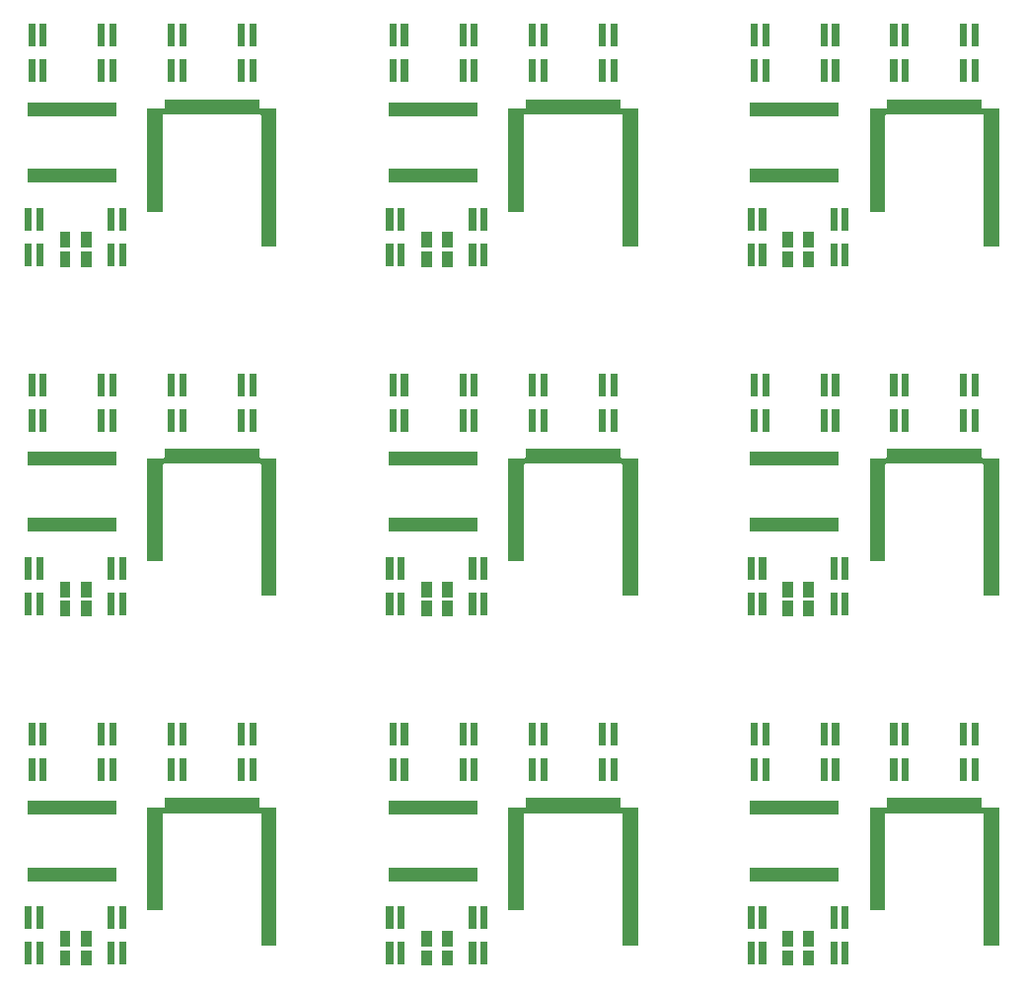
<source format=gbs>
%MOIN*%
%OFA0B0*%
%FSLAX46Y46*%
%IPPOS*%
%LPD*%
%ADD10C,0.0039370078740157488*%
%ADD21C,0.0039370078740157488*%
%ADD22C,0.0039370078740157488*%
%ADD23C,0.0039370078740157488*%
%ADD24C,0.0039370078740157488*%
%ADD25C,0.0039370078740157488*%
%ADD26C,0.0039370078740157488*%
%ADD27C,0.0039370078740157488*%
%ADD28C,0.0039370078740157488*%
D10*
G36*
X0000585354Y0002771692D02*
G01*
X0000549842Y0002771692D01*
X0000549842Y0002824921D01*
X0000585354Y0002824921D01*
X0000585354Y0002771692D01*
X0000585354Y0002771692D01*
G37*
G36*
X0000514488Y0002771692D02*
G01*
X0000478976Y0002771692D01*
X0000478976Y0002824921D01*
X0000514488Y0002824921D01*
X0000514488Y0002771692D01*
X0000514488Y0002771692D01*
G37*
G36*
X0000384409Y0002775629D02*
G01*
X0000360708Y0002775629D01*
X0000360708Y0002852480D01*
X0000384409Y0002852480D01*
X0000384409Y0002775629D01*
X0000384409Y0002775629D01*
G37*
G36*
X0000703622Y0002775629D02*
G01*
X0000679921Y0002775629D01*
X0000679921Y0002852480D01*
X0000703622Y0002852480D01*
X0000703622Y0002775629D01*
X0000703622Y0002775629D01*
G37*
G36*
X0000664251Y0002775629D02*
G01*
X0000640551Y0002775629D01*
X0000640551Y0002852480D01*
X0000664251Y0002852480D01*
X0000664251Y0002775629D01*
X0000664251Y0002775629D01*
G37*
G36*
X0000423779Y0002775629D02*
G01*
X0000400078Y0002775629D01*
X0000400078Y0002852480D01*
X0000423779Y0002852480D01*
X0000423779Y0002775629D01*
X0000423779Y0002775629D01*
G37*
G36*
X0000585354Y0002836653D02*
G01*
X0000549842Y0002836653D01*
X0000549842Y0002889881D01*
X0000585354Y0002889881D01*
X0000585354Y0002836653D01*
X0000585354Y0002836653D01*
G37*
G36*
X0000514488Y0002836653D02*
G01*
X0000478976Y0002836653D01*
X0000478976Y0002889881D01*
X0000514488Y0002889881D01*
X0000514488Y0002836653D01*
X0000514488Y0002836653D01*
G37*
G36*
X0001151968Y0003312125D02*
G01*
X0001152063Y0003311165D01*
X0001152343Y0003310242D01*
X0001152797Y0003309391D01*
X0001153409Y0003308646D01*
X0001154155Y0003308034D01*
X0001155006Y0003307579D01*
X0001155929Y0003307299D01*
X0001156889Y0003307204D01*
X0001211023Y0003307204D01*
X0001211023Y0002840590D01*
X0001159763Y0002840590D01*
X0001159763Y0003282519D01*
X0001159669Y0003283479D01*
X0001159389Y0003284402D01*
X0001158934Y0003285253D01*
X0001158322Y0003285999D01*
X0001157576Y0003286611D01*
X0001156725Y0003287066D01*
X0001155802Y0003287346D01*
X0001154842Y0003287440D01*
X0000830118Y0003287440D01*
X0000829157Y0003287346D01*
X0000828234Y0003287066D01*
X0000827383Y0003286611D01*
X0000826638Y0003285999D01*
X0000826026Y0003285253D01*
X0000825571Y0003284402D01*
X0000825291Y0003283479D01*
X0000825196Y0003282519D01*
X0000825196Y0002958700D01*
X0000773936Y0002958700D01*
X0000773936Y0003307204D01*
X0000828070Y0003307204D01*
X0000829030Y0003307299D01*
X0000829954Y0003307579D01*
X0000830805Y0003308034D01*
X0000831550Y0003308646D01*
X0000832162Y0003309391D01*
X0000832617Y0003310242D01*
X0000832897Y0003311165D01*
X0000832992Y0003312125D01*
X0000832992Y0003338700D01*
X0001151968Y0003338700D01*
X0001151968Y0003312125D01*
X0001151968Y0003312125D01*
G37*
G36*
X0000423779Y0002895708D02*
G01*
X0000400078Y0002895708D01*
X0000400078Y0002972559D01*
X0000423779Y0002972559D01*
X0000423779Y0002895708D01*
X0000423779Y0002895708D01*
G37*
G36*
X0000664251Y0002895708D02*
G01*
X0000640551Y0002895708D01*
X0000640551Y0002972559D01*
X0000664251Y0002972559D01*
X0000664251Y0002895708D01*
X0000664251Y0002895708D01*
G37*
G36*
X0000384409Y0002895708D02*
G01*
X0000360708Y0002895708D01*
X0000360708Y0002972559D01*
X0000384409Y0002972559D01*
X0000384409Y0002895708D01*
X0000384409Y0002895708D01*
G37*
G36*
X0000703622Y0002895708D02*
G01*
X0000679921Y0002895708D01*
X0000679921Y0002972559D01*
X0000703622Y0002972559D01*
X0000703622Y0002895708D01*
X0000703622Y0002895708D01*
G37*
G36*
X0000670196Y0003057440D02*
G01*
X0000368937Y0003057440D01*
X0000368937Y0003104763D01*
X0000670196Y0003104763D01*
X0000670196Y0003057440D01*
X0000670196Y0003057440D01*
G37*
G36*
X0000670196Y0003281850D02*
G01*
X0000368937Y0003281850D01*
X0000368937Y0003329173D01*
X0000670196Y0003329173D01*
X0000670196Y0003281850D01*
X0000670196Y0003281850D01*
G37*
G36*
X0001103503Y0003396377D02*
G01*
X0001079803Y0003396377D01*
X0001079803Y0003473228D01*
X0001103503Y0003473228D01*
X0001103503Y0003396377D01*
X0001103503Y0003396377D01*
G37*
G36*
X0000395118Y0003396377D02*
G01*
X0000371417Y0003396377D01*
X0000371417Y0003473228D01*
X0000395118Y0003473228D01*
X0000395118Y0003396377D01*
X0000395118Y0003396377D01*
G37*
G36*
X0000434488Y0003396377D02*
G01*
X0000410787Y0003396377D01*
X0000410787Y0003473228D01*
X0000434488Y0003473228D01*
X0000434488Y0003396377D01*
X0000434488Y0003396377D01*
G37*
G36*
X0000631246Y0003396377D02*
G01*
X0000607545Y0003396377D01*
X0000607545Y0003473228D01*
X0000631246Y0003473228D01*
X0000631246Y0003396377D01*
X0000631246Y0003396377D01*
G37*
G36*
X0000867375Y0003396377D02*
G01*
X0000843674Y0003396377D01*
X0000843674Y0003473228D01*
X0000867375Y0003473228D01*
X0000867375Y0003396377D01*
X0000867375Y0003396377D01*
G37*
G36*
X0000906745Y0003396377D02*
G01*
X0000883044Y0003396377D01*
X0000883044Y0003473228D01*
X0000906745Y0003473228D01*
X0000906745Y0003396377D01*
X0000906745Y0003396377D01*
G37*
G36*
X0000670616Y0003396377D02*
G01*
X0000646915Y0003396377D01*
X0000646915Y0003473228D01*
X0000670616Y0003473228D01*
X0000670616Y0003396377D01*
X0000670616Y0003396377D01*
G37*
G36*
X0001142873Y0003396377D02*
G01*
X0001119173Y0003396377D01*
X0001119173Y0003473228D01*
X0001142873Y0003473228D01*
X0001142873Y0003396377D01*
X0001142873Y0003396377D01*
G37*
G36*
X0000395118Y0003516456D02*
G01*
X0000371417Y0003516456D01*
X0000371417Y0003593307D01*
X0000395118Y0003593307D01*
X0000395118Y0003516456D01*
X0000395118Y0003516456D01*
G37*
G36*
X0000631246Y0003516456D02*
G01*
X0000607545Y0003516456D01*
X0000607545Y0003593307D01*
X0000631246Y0003593307D01*
X0000631246Y0003516456D01*
X0000631246Y0003516456D01*
G37*
G36*
X0000434488Y0003516456D02*
G01*
X0000410787Y0003516456D01*
X0000410787Y0003593307D01*
X0000434488Y0003593307D01*
X0000434488Y0003516456D01*
X0000434488Y0003516456D01*
G37*
G36*
X0000670616Y0003516456D02*
G01*
X0000646915Y0003516456D01*
X0000646915Y0003593307D01*
X0000670616Y0003593307D01*
X0000670616Y0003516456D01*
X0000670616Y0003516456D01*
G37*
G36*
X0000867375Y0003516456D02*
G01*
X0000843674Y0003516456D01*
X0000843674Y0003593307D01*
X0000867375Y0003593307D01*
X0000867375Y0003516456D01*
X0000867375Y0003516456D01*
G37*
G36*
X0000906745Y0003516456D02*
G01*
X0000883044Y0003516456D01*
X0000883044Y0003593307D01*
X0000906745Y0003593307D01*
X0000906745Y0003516456D01*
X0000906745Y0003516456D01*
G37*
G36*
X0001103503Y0003516456D02*
G01*
X0001079803Y0003516456D01*
X0001079803Y0003593307D01*
X0001103503Y0003593307D01*
X0001103503Y0003516456D01*
X0001103503Y0003516456D01*
G37*
G36*
X0001142873Y0003516456D02*
G01*
X0001119173Y0003516456D01*
X0001119173Y0003593307D01*
X0001142873Y0003593307D01*
X0001142873Y0003516456D01*
X0001142873Y0003516456D01*
G37*
G04 next file*
G04 #@! TF.GenerationSoftware,KiCad,Pcbnew,(5.1.2)-1*
G04 #@! TF.CreationDate,2019-11-08T13:50:46+05:30*
G04 #@! TF.ProjectId,TALK,54414c4b-2e6b-4696-9361-645f70636258,rev?*
G04 #@! TF.SameCoordinates,Original*
G04 #@! TF.FileFunction,Soldermask,Bot*
G04 #@! TF.FilePolarity,Negative*
G04 Gerber Fmt 4.6, Leading zero omitted, Abs format (unit mm)*
G04 Created by KiCad (PCBNEW (5.1.2)-1) date 2019-11-08 13:50:46*
G04 APERTURE LIST*
G04 APERTURE END LIST*
D21*
G36*
X0001805826Y0002771692D02*
G01*
X0001770314Y0002771692D01*
X0001770314Y0002824921D01*
X0001805826Y0002824921D01*
X0001805826Y0002771692D01*
X0001805826Y0002771692D01*
G37*
G36*
X0001734960Y0002771692D02*
G01*
X0001699448Y0002771692D01*
X0001699448Y0002824921D01*
X0001734960Y0002824921D01*
X0001734960Y0002771692D01*
X0001734960Y0002771692D01*
G37*
G36*
X0001604881Y0002775629D02*
G01*
X0001581181Y0002775629D01*
X0001581181Y0002852480D01*
X0001604881Y0002852480D01*
X0001604881Y0002775629D01*
X0001604881Y0002775629D01*
G37*
G36*
X0001924094Y0002775629D02*
G01*
X0001900393Y0002775629D01*
X0001900393Y0002852480D01*
X0001924094Y0002852480D01*
X0001924094Y0002775629D01*
X0001924094Y0002775629D01*
G37*
G36*
X0001884724Y0002775629D02*
G01*
X0001861023Y0002775629D01*
X0001861023Y0002852480D01*
X0001884724Y0002852480D01*
X0001884724Y0002775629D01*
X0001884724Y0002775629D01*
G37*
G36*
X0001644251Y0002775629D02*
G01*
X0001620551Y0002775629D01*
X0001620551Y0002852480D01*
X0001644251Y0002852480D01*
X0001644251Y0002775629D01*
X0001644251Y0002775629D01*
G37*
G36*
X0001805826Y0002836653D02*
G01*
X0001770314Y0002836653D01*
X0001770314Y0002889881D01*
X0001805826Y0002889881D01*
X0001805826Y0002836653D01*
X0001805826Y0002836653D01*
G37*
G36*
X0001734960Y0002836653D02*
G01*
X0001699448Y0002836653D01*
X0001699448Y0002889881D01*
X0001734960Y0002889881D01*
X0001734960Y0002836653D01*
X0001734960Y0002836653D01*
G37*
G36*
X0002372440Y0003312125D02*
G01*
X0002372535Y0003311165D01*
X0002372815Y0003310242D01*
X0002373270Y0003309391D01*
X0002373882Y0003308646D01*
X0002374628Y0003308034D01*
X0002375478Y0003307579D01*
X0002376402Y0003307299D01*
X0002377362Y0003307204D01*
X0002431496Y0003307204D01*
X0002431496Y0002840590D01*
X0002380236Y0002840590D01*
X0002380236Y0003282519D01*
X0002380141Y0003283479D01*
X0002379861Y0003284402D01*
X0002379406Y0003285253D01*
X0002378794Y0003285999D01*
X0002378049Y0003286611D01*
X0002377198Y0003287066D01*
X0002376275Y0003287346D01*
X0002375314Y0003287440D01*
X0002050590Y0003287440D01*
X0002049630Y0003287346D01*
X0002048707Y0003287066D01*
X0002047856Y0003286611D01*
X0002047110Y0003285999D01*
X0002046498Y0003285253D01*
X0002046043Y0003284402D01*
X0002045763Y0003283479D01*
X0002045669Y0003282519D01*
X0002045669Y0002958700D01*
X0001994409Y0002958700D01*
X0001994409Y0003307204D01*
X0002048543Y0003307204D01*
X0002049503Y0003307299D01*
X0002050426Y0003307579D01*
X0002051277Y0003308034D01*
X0002052023Y0003308646D01*
X0002052635Y0003309391D01*
X0002053089Y0003310242D01*
X0002053370Y0003311165D01*
X0002053464Y0003312125D01*
X0002053464Y0003338700D01*
X0002372440Y0003338700D01*
X0002372440Y0003312125D01*
X0002372440Y0003312125D01*
G37*
G36*
X0001644251Y0002895708D02*
G01*
X0001620551Y0002895708D01*
X0001620551Y0002972559D01*
X0001644251Y0002972559D01*
X0001644251Y0002895708D01*
X0001644251Y0002895708D01*
G37*
G36*
X0001884724Y0002895708D02*
G01*
X0001861023Y0002895708D01*
X0001861023Y0002972559D01*
X0001884724Y0002972559D01*
X0001884724Y0002895708D01*
X0001884724Y0002895708D01*
G37*
G36*
X0001604881Y0002895708D02*
G01*
X0001581181Y0002895708D01*
X0001581181Y0002972559D01*
X0001604881Y0002972559D01*
X0001604881Y0002895708D01*
X0001604881Y0002895708D01*
G37*
G36*
X0001924094Y0002895708D02*
G01*
X0001900393Y0002895708D01*
X0001900393Y0002972559D01*
X0001924094Y0002972559D01*
X0001924094Y0002895708D01*
X0001924094Y0002895708D01*
G37*
G36*
X0001890669Y0003057440D02*
G01*
X0001589409Y0003057440D01*
X0001589409Y0003104763D01*
X0001890669Y0003104763D01*
X0001890669Y0003057440D01*
X0001890669Y0003057440D01*
G37*
G36*
X0001890669Y0003281850D02*
G01*
X0001589409Y0003281850D01*
X0001589409Y0003329173D01*
X0001890669Y0003329173D01*
X0001890669Y0003281850D01*
X0001890669Y0003281850D01*
G37*
G36*
X0002323976Y0003396377D02*
G01*
X0002300275Y0003396377D01*
X0002300275Y0003473228D01*
X0002323976Y0003473228D01*
X0002323976Y0003396377D01*
X0002323976Y0003396377D01*
G37*
G36*
X0001615590Y0003396377D02*
G01*
X0001591889Y0003396377D01*
X0001591889Y0003473228D01*
X0001615590Y0003473228D01*
X0001615590Y0003396377D01*
X0001615590Y0003396377D01*
G37*
G36*
X0001654960Y0003396377D02*
G01*
X0001631259Y0003396377D01*
X0001631259Y0003473228D01*
X0001654960Y0003473228D01*
X0001654960Y0003396377D01*
X0001654960Y0003396377D01*
G37*
G36*
X0001851719Y0003396377D02*
G01*
X0001828018Y0003396377D01*
X0001828018Y0003473228D01*
X0001851719Y0003473228D01*
X0001851719Y0003396377D01*
X0001851719Y0003396377D01*
G37*
G36*
X0002087847Y0003396377D02*
G01*
X0002064146Y0003396377D01*
X0002064146Y0003473228D01*
X0002087847Y0003473228D01*
X0002087847Y0003396377D01*
X0002087847Y0003396377D01*
G37*
G36*
X0002127217Y0003396377D02*
G01*
X0002103516Y0003396377D01*
X0002103516Y0003473228D01*
X0002127217Y0003473228D01*
X0002127217Y0003396377D01*
X0002127217Y0003396377D01*
G37*
G36*
X0001891089Y0003396377D02*
G01*
X0001867388Y0003396377D01*
X0001867388Y0003473228D01*
X0001891089Y0003473228D01*
X0001891089Y0003396377D01*
X0001891089Y0003396377D01*
G37*
G36*
X0002363346Y0003396377D02*
G01*
X0002339645Y0003396377D01*
X0002339645Y0003473228D01*
X0002363346Y0003473228D01*
X0002363346Y0003396377D01*
X0002363346Y0003396377D01*
G37*
G36*
X0001615590Y0003516456D02*
G01*
X0001591889Y0003516456D01*
X0001591889Y0003593307D01*
X0001615590Y0003593307D01*
X0001615590Y0003516456D01*
X0001615590Y0003516456D01*
G37*
G36*
X0001851719Y0003516456D02*
G01*
X0001828018Y0003516456D01*
X0001828018Y0003593307D01*
X0001851719Y0003593307D01*
X0001851719Y0003516456D01*
X0001851719Y0003516456D01*
G37*
G36*
X0001654960Y0003516456D02*
G01*
X0001631259Y0003516456D01*
X0001631259Y0003593307D01*
X0001654960Y0003593307D01*
X0001654960Y0003516456D01*
X0001654960Y0003516456D01*
G37*
G36*
X0001891089Y0003516456D02*
G01*
X0001867388Y0003516456D01*
X0001867388Y0003593307D01*
X0001891089Y0003593307D01*
X0001891089Y0003516456D01*
X0001891089Y0003516456D01*
G37*
G36*
X0002087847Y0003516456D02*
G01*
X0002064146Y0003516456D01*
X0002064146Y0003593307D01*
X0002087847Y0003593307D01*
X0002087847Y0003516456D01*
X0002087847Y0003516456D01*
G37*
G36*
X0002127217Y0003516456D02*
G01*
X0002103516Y0003516456D01*
X0002103516Y0003593307D01*
X0002127217Y0003593307D01*
X0002127217Y0003516456D01*
X0002127217Y0003516456D01*
G37*
G36*
X0002323976Y0003516456D02*
G01*
X0002300275Y0003516456D01*
X0002300275Y0003593307D01*
X0002323976Y0003593307D01*
X0002323976Y0003516456D01*
X0002323976Y0003516456D01*
G37*
G36*
X0002363346Y0003516456D02*
G01*
X0002339645Y0003516456D01*
X0002339645Y0003593307D01*
X0002363346Y0003593307D01*
X0002363346Y0003516456D01*
X0002363346Y0003516456D01*
G37*
G04 next file*
G04 #@! TF.GenerationSoftware,KiCad,Pcbnew,(5.1.2)-1*
G04 #@! TF.CreationDate,2019-11-08T13:50:46+05:30*
G04 #@! TF.ProjectId,TALK,54414c4b-2e6b-4696-9361-645f70636258,rev?*
G04 #@! TF.SameCoordinates,Original*
G04 #@! TF.FileFunction,Soldermask,Bot*
G04 #@! TF.FilePolarity,Negative*
G04 Gerber Fmt 4.6, Leading zero omitted, Abs format (unit mm)*
G04 Created by KiCad (PCBNEW (5.1.2)-1) date 2019-11-08 13:50:46*
G04 APERTURE LIST*
G04 APERTURE END LIST*
D22*
G36*
X0003026299Y0002771692D02*
G01*
X0002990787Y0002771692D01*
X0002990787Y0002824921D01*
X0003026299Y0002824921D01*
X0003026299Y0002771692D01*
X0003026299Y0002771692D01*
G37*
G36*
X0002955433Y0002771692D02*
G01*
X0002919921Y0002771692D01*
X0002919921Y0002824921D01*
X0002955433Y0002824921D01*
X0002955433Y0002771692D01*
X0002955433Y0002771692D01*
G37*
G36*
X0002825354Y0002775629D02*
G01*
X0002801653Y0002775629D01*
X0002801653Y0002852480D01*
X0002825354Y0002852480D01*
X0002825354Y0002775629D01*
X0002825354Y0002775629D01*
G37*
G36*
X0003144566Y0002775629D02*
G01*
X0003120866Y0002775629D01*
X0003120866Y0002852480D01*
X0003144566Y0002852480D01*
X0003144566Y0002775629D01*
X0003144566Y0002775629D01*
G37*
G36*
X0003105196Y0002775629D02*
G01*
X0003081496Y0002775629D01*
X0003081496Y0002852480D01*
X0003105196Y0002852480D01*
X0003105196Y0002775629D01*
X0003105196Y0002775629D01*
G37*
G36*
X0002864724Y0002775629D02*
G01*
X0002841023Y0002775629D01*
X0002841023Y0002852480D01*
X0002864724Y0002852480D01*
X0002864724Y0002775629D01*
X0002864724Y0002775629D01*
G37*
G36*
X0003026299Y0002836653D02*
G01*
X0002990787Y0002836653D01*
X0002990787Y0002889881D01*
X0003026299Y0002889881D01*
X0003026299Y0002836653D01*
X0003026299Y0002836653D01*
G37*
G36*
X0002955433Y0002836653D02*
G01*
X0002919921Y0002836653D01*
X0002919921Y0002889881D01*
X0002955433Y0002889881D01*
X0002955433Y0002836653D01*
X0002955433Y0002836653D01*
G37*
G36*
X0003592913Y0003312125D02*
G01*
X0003593007Y0003311165D01*
X0003593287Y0003310242D01*
X0003593742Y0003309391D01*
X0003594354Y0003308646D01*
X0003595100Y0003308034D01*
X0003595951Y0003307579D01*
X0003596874Y0003307299D01*
X0003597834Y0003307204D01*
X0003651968Y0003307204D01*
X0003651968Y0002840590D01*
X0003600708Y0002840590D01*
X0003600708Y0003282519D01*
X0003600614Y0003283479D01*
X0003600334Y0003284402D01*
X0003599879Y0003285253D01*
X0003599267Y0003285999D01*
X0003598521Y0003286611D01*
X0003597670Y0003287066D01*
X0003596747Y0003287346D01*
X0003595787Y0003287440D01*
X0003271062Y0003287440D01*
X0003270102Y0003287346D01*
X0003269179Y0003287066D01*
X0003268328Y0003286611D01*
X0003267583Y0003285999D01*
X0003266971Y0003285253D01*
X0003266516Y0003284402D01*
X0003266236Y0003283479D01*
X0003266141Y0003282519D01*
X0003266141Y0002958700D01*
X0003214881Y0002958700D01*
X0003214881Y0003307204D01*
X0003269015Y0003307204D01*
X0003269975Y0003307299D01*
X0003270899Y0003307579D01*
X0003271749Y0003308034D01*
X0003272495Y0003308646D01*
X0003273107Y0003309391D01*
X0003273562Y0003310242D01*
X0003273842Y0003311165D01*
X0003273936Y0003312125D01*
X0003273936Y0003338700D01*
X0003592913Y0003338700D01*
X0003592913Y0003312125D01*
X0003592913Y0003312125D01*
G37*
G36*
X0002864724Y0002895708D02*
G01*
X0002841023Y0002895708D01*
X0002841023Y0002972559D01*
X0002864724Y0002972559D01*
X0002864724Y0002895708D01*
X0002864724Y0002895708D01*
G37*
G36*
X0003105196Y0002895708D02*
G01*
X0003081496Y0002895708D01*
X0003081496Y0002972559D01*
X0003105196Y0002972559D01*
X0003105196Y0002895708D01*
X0003105196Y0002895708D01*
G37*
G36*
X0002825354Y0002895708D02*
G01*
X0002801653Y0002895708D01*
X0002801653Y0002972559D01*
X0002825354Y0002972559D01*
X0002825354Y0002895708D01*
X0002825354Y0002895708D01*
G37*
G36*
X0003144566Y0002895708D02*
G01*
X0003120866Y0002895708D01*
X0003120866Y0002972559D01*
X0003144566Y0002972559D01*
X0003144566Y0002895708D01*
X0003144566Y0002895708D01*
G37*
G36*
X0003111141Y0003057440D02*
G01*
X0002809881Y0003057440D01*
X0002809881Y0003104763D01*
X0003111141Y0003104763D01*
X0003111141Y0003057440D01*
X0003111141Y0003057440D01*
G37*
G36*
X0003111141Y0003281850D02*
G01*
X0002809881Y0003281850D01*
X0002809881Y0003329173D01*
X0003111141Y0003329173D01*
X0003111141Y0003281850D01*
X0003111141Y0003281850D01*
G37*
G36*
X0003544448Y0003396377D02*
G01*
X0003520747Y0003396377D01*
X0003520747Y0003473228D01*
X0003544448Y0003473228D01*
X0003544448Y0003396377D01*
X0003544448Y0003396377D01*
G37*
G36*
X0002836062Y0003396377D02*
G01*
X0002812362Y0003396377D01*
X0002812362Y0003473228D01*
X0002836062Y0003473228D01*
X0002836062Y0003396377D01*
X0002836062Y0003396377D01*
G37*
G36*
X0002875433Y0003396377D02*
G01*
X0002851732Y0003396377D01*
X0002851732Y0003473228D01*
X0002875433Y0003473228D01*
X0002875433Y0003396377D01*
X0002875433Y0003396377D01*
G37*
G36*
X0003072191Y0003396377D02*
G01*
X0003048490Y0003396377D01*
X0003048490Y0003473228D01*
X0003072191Y0003473228D01*
X0003072191Y0003396377D01*
X0003072191Y0003396377D01*
G37*
G36*
X0003308320Y0003396377D02*
G01*
X0003284619Y0003396377D01*
X0003284619Y0003473228D01*
X0003308320Y0003473228D01*
X0003308320Y0003396377D01*
X0003308320Y0003396377D01*
G37*
G36*
X0003347690Y0003396377D02*
G01*
X0003323989Y0003396377D01*
X0003323989Y0003473228D01*
X0003347690Y0003473228D01*
X0003347690Y0003396377D01*
X0003347690Y0003396377D01*
G37*
G36*
X0003111561Y0003396377D02*
G01*
X0003087860Y0003396377D01*
X0003087860Y0003473228D01*
X0003111561Y0003473228D01*
X0003111561Y0003396377D01*
X0003111561Y0003396377D01*
G37*
G36*
X0003583818Y0003396377D02*
G01*
X0003560118Y0003396377D01*
X0003560118Y0003473228D01*
X0003583818Y0003473228D01*
X0003583818Y0003396377D01*
X0003583818Y0003396377D01*
G37*
G36*
X0002836062Y0003516456D02*
G01*
X0002812362Y0003516456D01*
X0002812362Y0003593307D01*
X0002836062Y0003593307D01*
X0002836062Y0003516456D01*
X0002836062Y0003516456D01*
G37*
G36*
X0003072191Y0003516456D02*
G01*
X0003048490Y0003516456D01*
X0003048490Y0003593307D01*
X0003072191Y0003593307D01*
X0003072191Y0003516456D01*
X0003072191Y0003516456D01*
G37*
G36*
X0002875433Y0003516456D02*
G01*
X0002851732Y0003516456D01*
X0002851732Y0003593307D01*
X0002875433Y0003593307D01*
X0002875433Y0003516456D01*
X0002875433Y0003516456D01*
G37*
G36*
X0003111561Y0003516456D02*
G01*
X0003087860Y0003516456D01*
X0003087860Y0003593307D01*
X0003111561Y0003593307D01*
X0003111561Y0003516456D01*
X0003111561Y0003516456D01*
G37*
G36*
X0003308320Y0003516456D02*
G01*
X0003284619Y0003516456D01*
X0003284619Y0003593307D01*
X0003308320Y0003593307D01*
X0003308320Y0003516456D01*
X0003308320Y0003516456D01*
G37*
G36*
X0003347690Y0003516456D02*
G01*
X0003323989Y0003516456D01*
X0003323989Y0003593307D01*
X0003347690Y0003593307D01*
X0003347690Y0003516456D01*
X0003347690Y0003516456D01*
G37*
G36*
X0003544448Y0003516456D02*
G01*
X0003520747Y0003516456D01*
X0003520747Y0003593307D01*
X0003544448Y0003593307D01*
X0003544448Y0003516456D01*
X0003544448Y0003516456D01*
G37*
G36*
X0003583818Y0003516456D02*
G01*
X0003560118Y0003516456D01*
X0003560118Y0003593307D01*
X0003583818Y0003593307D01*
X0003583818Y0003516456D01*
X0003583818Y0003516456D01*
G37*
G04 next file*
G04 #@! TF.GenerationSoftware,KiCad,Pcbnew,(5.1.2)-1*
G04 #@! TF.CreationDate,2019-11-08T13:50:46+05:30*
G04 #@! TF.ProjectId,TALK,54414c4b-2e6b-4696-9361-645f70636258,rev?*
G04 #@! TF.SameCoordinates,Original*
G04 #@! TF.FileFunction,Soldermask,Bot*
G04 #@! TF.FilePolarity,Negative*
G04 Gerber Fmt 4.6, Leading zero omitted, Abs format (unit mm)*
G04 Created by KiCad (PCBNEW (5.1.2)-1) date 2019-11-08 13:50:46*
G04 APERTURE LIST*
G04 APERTURE END LIST*
D23*
G36*
X0000585354Y0001590590D02*
G01*
X0000549842Y0001590590D01*
X0000549842Y0001643818D01*
X0000585354Y0001643818D01*
X0000585354Y0001590590D01*
X0000585354Y0001590590D01*
G37*
G36*
X0000514488Y0001590590D02*
G01*
X0000478976Y0001590590D01*
X0000478976Y0001643818D01*
X0000514488Y0001643818D01*
X0000514488Y0001590590D01*
X0000514488Y0001590590D01*
G37*
G36*
X0000384409Y0001594527D02*
G01*
X0000360708Y0001594527D01*
X0000360708Y0001671377D01*
X0000384409Y0001671377D01*
X0000384409Y0001594527D01*
X0000384409Y0001594527D01*
G37*
G36*
X0000703622Y0001594527D02*
G01*
X0000679921Y0001594527D01*
X0000679921Y0001671377D01*
X0000703622Y0001671377D01*
X0000703622Y0001594527D01*
X0000703622Y0001594527D01*
G37*
G36*
X0000664251Y0001594527D02*
G01*
X0000640551Y0001594527D01*
X0000640551Y0001671377D01*
X0000664251Y0001671377D01*
X0000664251Y0001594527D01*
X0000664251Y0001594527D01*
G37*
G36*
X0000423779Y0001594527D02*
G01*
X0000400078Y0001594527D01*
X0000400078Y0001671377D01*
X0000423779Y0001671377D01*
X0000423779Y0001594527D01*
X0000423779Y0001594527D01*
G37*
G36*
X0000585354Y0001655551D02*
G01*
X0000549842Y0001655551D01*
X0000549842Y0001708779D01*
X0000585354Y0001708779D01*
X0000585354Y0001655551D01*
X0000585354Y0001655551D01*
G37*
G36*
X0000514488Y0001655551D02*
G01*
X0000478976Y0001655551D01*
X0000478976Y0001708779D01*
X0000514488Y0001708779D01*
X0000514488Y0001655551D01*
X0000514488Y0001655551D01*
G37*
G36*
X0001151968Y0002131023D02*
G01*
X0001152063Y0002130063D01*
X0001152343Y0002129140D01*
X0001152797Y0002128289D01*
X0001153409Y0002127543D01*
X0001154155Y0002126931D01*
X0001155006Y0002126476D01*
X0001155929Y0002126196D01*
X0001156889Y0002126102D01*
X0001211023Y0002126102D01*
X0001211023Y0001659488D01*
X0001159763Y0001659488D01*
X0001159763Y0002101417D01*
X0001159669Y0002102377D01*
X0001159389Y0002103300D01*
X0001158934Y0002104151D01*
X0001158322Y0002104897D01*
X0001157576Y0002105509D01*
X0001156725Y0002105963D01*
X0001155802Y0002106244D01*
X0001154842Y0002106338D01*
X0000830118Y0002106338D01*
X0000829157Y0002106244D01*
X0000828234Y0002105963D01*
X0000827383Y0002105509D01*
X0000826638Y0002104897D01*
X0000826026Y0002104151D01*
X0000825571Y0002103300D01*
X0000825291Y0002102377D01*
X0000825196Y0002101417D01*
X0000825196Y0001777598D01*
X0000773936Y0001777598D01*
X0000773936Y0002126102D01*
X0000828070Y0002126102D01*
X0000829030Y0002126196D01*
X0000829954Y0002126476D01*
X0000830805Y0002126931D01*
X0000831550Y0002127543D01*
X0000832162Y0002128289D01*
X0000832617Y0002129140D01*
X0000832897Y0002130063D01*
X0000832992Y0002131023D01*
X0000832992Y0002157598D01*
X0001151968Y0002157598D01*
X0001151968Y0002131023D01*
X0001151968Y0002131023D01*
G37*
G36*
X0000423779Y0001714606D02*
G01*
X0000400078Y0001714606D01*
X0000400078Y0001791456D01*
X0000423779Y0001791456D01*
X0000423779Y0001714606D01*
X0000423779Y0001714606D01*
G37*
G36*
X0000664251Y0001714606D02*
G01*
X0000640551Y0001714606D01*
X0000640551Y0001791456D01*
X0000664251Y0001791456D01*
X0000664251Y0001714606D01*
X0000664251Y0001714606D01*
G37*
G36*
X0000384409Y0001714606D02*
G01*
X0000360708Y0001714606D01*
X0000360708Y0001791456D01*
X0000384409Y0001791456D01*
X0000384409Y0001714606D01*
X0000384409Y0001714606D01*
G37*
G36*
X0000703622Y0001714606D02*
G01*
X0000679921Y0001714606D01*
X0000679921Y0001791456D01*
X0000703622Y0001791456D01*
X0000703622Y0001714606D01*
X0000703622Y0001714606D01*
G37*
G36*
X0000670196Y0001876338D02*
G01*
X0000368937Y0001876338D01*
X0000368937Y0001923661D01*
X0000670196Y0001923661D01*
X0000670196Y0001876338D01*
X0000670196Y0001876338D01*
G37*
G36*
X0000670196Y0002100747D02*
G01*
X0000368937Y0002100747D01*
X0000368937Y0002148070D01*
X0000670196Y0002148070D01*
X0000670196Y0002100747D01*
X0000670196Y0002100747D01*
G37*
G36*
X0001103503Y0002215275D02*
G01*
X0001079803Y0002215275D01*
X0001079803Y0002292125D01*
X0001103503Y0002292125D01*
X0001103503Y0002215275D01*
X0001103503Y0002215275D01*
G37*
G36*
X0000395118Y0002215275D02*
G01*
X0000371417Y0002215275D01*
X0000371417Y0002292125D01*
X0000395118Y0002292125D01*
X0000395118Y0002215275D01*
X0000395118Y0002215275D01*
G37*
G36*
X0000434488Y0002215275D02*
G01*
X0000410787Y0002215275D01*
X0000410787Y0002292125D01*
X0000434488Y0002292125D01*
X0000434488Y0002215275D01*
X0000434488Y0002215275D01*
G37*
G36*
X0000631246Y0002215275D02*
G01*
X0000607545Y0002215275D01*
X0000607545Y0002292125D01*
X0000631246Y0002292125D01*
X0000631246Y0002215275D01*
X0000631246Y0002215275D01*
G37*
G36*
X0000867375Y0002215275D02*
G01*
X0000843674Y0002215275D01*
X0000843674Y0002292125D01*
X0000867375Y0002292125D01*
X0000867375Y0002215275D01*
X0000867375Y0002215275D01*
G37*
G36*
X0000906745Y0002215275D02*
G01*
X0000883044Y0002215275D01*
X0000883044Y0002292125D01*
X0000906745Y0002292125D01*
X0000906745Y0002215275D01*
X0000906745Y0002215275D01*
G37*
G36*
X0000670616Y0002215275D02*
G01*
X0000646915Y0002215275D01*
X0000646915Y0002292125D01*
X0000670616Y0002292125D01*
X0000670616Y0002215275D01*
X0000670616Y0002215275D01*
G37*
G36*
X0001142873Y0002215275D02*
G01*
X0001119173Y0002215275D01*
X0001119173Y0002292125D01*
X0001142873Y0002292125D01*
X0001142873Y0002215275D01*
X0001142873Y0002215275D01*
G37*
G36*
X0000395118Y0002335354D02*
G01*
X0000371417Y0002335354D01*
X0000371417Y0002412204D01*
X0000395118Y0002412204D01*
X0000395118Y0002335354D01*
X0000395118Y0002335354D01*
G37*
G36*
X0000631246Y0002335354D02*
G01*
X0000607545Y0002335354D01*
X0000607545Y0002412204D01*
X0000631246Y0002412204D01*
X0000631246Y0002335354D01*
X0000631246Y0002335354D01*
G37*
G36*
X0000434488Y0002335354D02*
G01*
X0000410787Y0002335354D01*
X0000410787Y0002412204D01*
X0000434488Y0002412204D01*
X0000434488Y0002335354D01*
X0000434488Y0002335354D01*
G37*
G36*
X0000670616Y0002335354D02*
G01*
X0000646915Y0002335354D01*
X0000646915Y0002412204D01*
X0000670616Y0002412204D01*
X0000670616Y0002335354D01*
X0000670616Y0002335354D01*
G37*
G36*
X0000867375Y0002335354D02*
G01*
X0000843674Y0002335354D01*
X0000843674Y0002412204D01*
X0000867375Y0002412204D01*
X0000867375Y0002335354D01*
X0000867375Y0002335354D01*
G37*
G36*
X0000906745Y0002335354D02*
G01*
X0000883044Y0002335354D01*
X0000883044Y0002412204D01*
X0000906745Y0002412204D01*
X0000906745Y0002335354D01*
X0000906745Y0002335354D01*
G37*
G36*
X0001103503Y0002335354D02*
G01*
X0001079803Y0002335354D01*
X0001079803Y0002412204D01*
X0001103503Y0002412204D01*
X0001103503Y0002335354D01*
X0001103503Y0002335354D01*
G37*
G36*
X0001142873Y0002335354D02*
G01*
X0001119173Y0002335354D01*
X0001119173Y0002412204D01*
X0001142873Y0002412204D01*
X0001142873Y0002335354D01*
X0001142873Y0002335354D01*
G37*
G04 next file*
G04 #@! TF.GenerationSoftware,KiCad,Pcbnew,(5.1.2)-1*
G04 #@! TF.CreationDate,2019-11-08T13:50:46+05:30*
G04 #@! TF.ProjectId,TALK,54414c4b-2e6b-4696-9361-645f70636258,rev?*
G04 #@! TF.SameCoordinates,Original*
G04 #@! TF.FileFunction,Soldermask,Bot*
G04 #@! TF.FilePolarity,Negative*
G04 Gerber Fmt 4.6, Leading zero omitted, Abs format (unit mm)*
G04 Created by KiCad (PCBNEW (5.1.2)-1) date 2019-11-08 13:50:46*
G04 APERTURE LIST*
G04 APERTURE END LIST*
D24*
G36*
X0001805826Y0001590590D02*
G01*
X0001770314Y0001590590D01*
X0001770314Y0001643818D01*
X0001805826Y0001643818D01*
X0001805826Y0001590590D01*
X0001805826Y0001590590D01*
G37*
G36*
X0001734960Y0001590590D02*
G01*
X0001699448Y0001590590D01*
X0001699448Y0001643818D01*
X0001734960Y0001643818D01*
X0001734960Y0001590590D01*
X0001734960Y0001590590D01*
G37*
G36*
X0001604881Y0001594527D02*
G01*
X0001581181Y0001594527D01*
X0001581181Y0001671377D01*
X0001604881Y0001671377D01*
X0001604881Y0001594527D01*
X0001604881Y0001594527D01*
G37*
G36*
X0001924094Y0001594527D02*
G01*
X0001900393Y0001594527D01*
X0001900393Y0001671377D01*
X0001924094Y0001671377D01*
X0001924094Y0001594527D01*
X0001924094Y0001594527D01*
G37*
G36*
X0001884724Y0001594527D02*
G01*
X0001861023Y0001594527D01*
X0001861023Y0001671377D01*
X0001884724Y0001671377D01*
X0001884724Y0001594527D01*
X0001884724Y0001594527D01*
G37*
G36*
X0001644251Y0001594527D02*
G01*
X0001620551Y0001594527D01*
X0001620551Y0001671377D01*
X0001644251Y0001671377D01*
X0001644251Y0001594527D01*
X0001644251Y0001594527D01*
G37*
G36*
X0001805826Y0001655551D02*
G01*
X0001770314Y0001655551D01*
X0001770314Y0001708779D01*
X0001805826Y0001708779D01*
X0001805826Y0001655551D01*
X0001805826Y0001655551D01*
G37*
G36*
X0001734960Y0001655551D02*
G01*
X0001699448Y0001655551D01*
X0001699448Y0001708779D01*
X0001734960Y0001708779D01*
X0001734960Y0001655551D01*
X0001734960Y0001655551D01*
G37*
G36*
X0002372440Y0002131023D02*
G01*
X0002372535Y0002130063D01*
X0002372815Y0002129140D01*
X0002373270Y0002128289D01*
X0002373882Y0002127543D01*
X0002374628Y0002126931D01*
X0002375478Y0002126476D01*
X0002376402Y0002126196D01*
X0002377362Y0002126102D01*
X0002431496Y0002126102D01*
X0002431496Y0001659488D01*
X0002380236Y0001659488D01*
X0002380236Y0002101417D01*
X0002380141Y0002102377D01*
X0002379861Y0002103300D01*
X0002379406Y0002104151D01*
X0002378794Y0002104897D01*
X0002378049Y0002105509D01*
X0002377198Y0002105963D01*
X0002376275Y0002106244D01*
X0002375314Y0002106338D01*
X0002050590Y0002106338D01*
X0002049630Y0002106244D01*
X0002048707Y0002105963D01*
X0002047856Y0002105509D01*
X0002047110Y0002104897D01*
X0002046498Y0002104151D01*
X0002046043Y0002103300D01*
X0002045763Y0002102377D01*
X0002045669Y0002101417D01*
X0002045669Y0001777598D01*
X0001994409Y0001777598D01*
X0001994409Y0002126102D01*
X0002048543Y0002126102D01*
X0002049503Y0002126196D01*
X0002050426Y0002126476D01*
X0002051277Y0002126931D01*
X0002052023Y0002127543D01*
X0002052635Y0002128289D01*
X0002053089Y0002129140D01*
X0002053370Y0002130063D01*
X0002053464Y0002131023D01*
X0002053464Y0002157598D01*
X0002372440Y0002157598D01*
X0002372440Y0002131023D01*
X0002372440Y0002131023D01*
G37*
G36*
X0001644251Y0001714606D02*
G01*
X0001620551Y0001714606D01*
X0001620551Y0001791456D01*
X0001644251Y0001791456D01*
X0001644251Y0001714606D01*
X0001644251Y0001714606D01*
G37*
G36*
X0001884724Y0001714606D02*
G01*
X0001861023Y0001714606D01*
X0001861023Y0001791456D01*
X0001884724Y0001791456D01*
X0001884724Y0001714606D01*
X0001884724Y0001714606D01*
G37*
G36*
X0001604881Y0001714606D02*
G01*
X0001581181Y0001714606D01*
X0001581181Y0001791456D01*
X0001604881Y0001791456D01*
X0001604881Y0001714606D01*
X0001604881Y0001714606D01*
G37*
G36*
X0001924094Y0001714606D02*
G01*
X0001900393Y0001714606D01*
X0001900393Y0001791456D01*
X0001924094Y0001791456D01*
X0001924094Y0001714606D01*
X0001924094Y0001714606D01*
G37*
G36*
X0001890669Y0001876338D02*
G01*
X0001589409Y0001876338D01*
X0001589409Y0001923661D01*
X0001890669Y0001923661D01*
X0001890669Y0001876338D01*
X0001890669Y0001876338D01*
G37*
G36*
X0001890669Y0002100747D02*
G01*
X0001589409Y0002100747D01*
X0001589409Y0002148070D01*
X0001890669Y0002148070D01*
X0001890669Y0002100747D01*
X0001890669Y0002100747D01*
G37*
G36*
X0002323976Y0002215275D02*
G01*
X0002300275Y0002215275D01*
X0002300275Y0002292125D01*
X0002323976Y0002292125D01*
X0002323976Y0002215275D01*
X0002323976Y0002215275D01*
G37*
G36*
X0001615590Y0002215275D02*
G01*
X0001591889Y0002215275D01*
X0001591889Y0002292125D01*
X0001615590Y0002292125D01*
X0001615590Y0002215275D01*
X0001615590Y0002215275D01*
G37*
G36*
X0001654960Y0002215275D02*
G01*
X0001631259Y0002215275D01*
X0001631259Y0002292125D01*
X0001654960Y0002292125D01*
X0001654960Y0002215275D01*
X0001654960Y0002215275D01*
G37*
G36*
X0001851719Y0002215275D02*
G01*
X0001828018Y0002215275D01*
X0001828018Y0002292125D01*
X0001851719Y0002292125D01*
X0001851719Y0002215275D01*
X0001851719Y0002215275D01*
G37*
G36*
X0002087847Y0002215275D02*
G01*
X0002064146Y0002215275D01*
X0002064146Y0002292125D01*
X0002087847Y0002292125D01*
X0002087847Y0002215275D01*
X0002087847Y0002215275D01*
G37*
G36*
X0002127217Y0002215275D02*
G01*
X0002103516Y0002215275D01*
X0002103516Y0002292125D01*
X0002127217Y0002292125D01*
X0002127217Y0002215275D01*
X0002127217Y0002215275D01*
G37*
G36*
X0001891089Y0002215275D02*
G01*
X0001867388Y0002215275D01*
X0001867388Y0002292125D01*
X0001891089Y0002292125D01*
X0001891089Y0002215275D01*
X0001891089Y0002215275D01*
G37*
G36*
X0002363346Y0002215275D02*
G01*
X0002339645Y0002215275D01*
X0002339645Y0002292125D01*
X0002363346Y0002292125D01*
X0002363346Y0002215275D01*
X0002363346Y0002215275D01*
G37*
G36*
X0001615590Y0002335354D02*
G01*
X0001591889Y0002335354D01*
X0001591889Y0002412204D01*
X0001615590Y0002412204D01*
X0001615590Y0002335354D01*
X0001615590Y0002335354D01*
G37*
G36*
X0001851719Y0002335354D02*
G01*
X0001828018Y0002335354D01*
X0001828018Y0002412204D01*
X0001851719Y0002412204D01*
X0001851719Y0002335354D01*
X0001851719Y0002335354D01*
G37*
G36*
X0001654960Y0002335354D02*
G01*
X0001631259Y0002335354D01*
X0001631259Y0002412204D01*
X0001654960Y0002412204D01*
X0001654960Y0002335354D01*
X0001654960Y0002335354D01*
G37*
G36*
X0001891089Y0002335354D02*
G01*
X0001867388Y0002335354D01*
X0001867388Y0002412204D01*
X0001891089Y0002412204D01*
X0001891089Y0002335354D01*
X0001891089Y0002335354D01*
G37*
G36*
X0002087847Y0002335354D02*
G01*
X0002064146Y0002335354D01*
X0002064146Y0002412204D01*
X0002087847Y0002412204D01*
X0002087847Y0002335354D01*
X0002087847Y0002335354D01*
G37*
G36*
X0002127217Y0002335354D02*
G01*
X0002103516Y0002335354D01*
X0002103516Y0002412204D01*
X0002127217Y0002412204D01*
X0002127217Y0002335354D01*
X0002127217Y0002335354D01*
G37*
G36*
X0002323976Y0002335354D02*
G01*
X0002300275Y0002335354D01*
X0002300275Y0002412204D01*
X0002323976Y0002412204D01*
X0002323976Y0002335354D01*
X0002323976Y0002335354D01*
G37*
G36*
X0002363346Y0002335354D02*
G01*
X0002339645Y0002335354D01*
X0002339645Y0002412204D01*
X0002363346Y0002412204D01*
X0002363346Y0002335354D01*
X0002363346Y0002335354D01*
G37*
G04 next file*
G04 #@! TF.GenerationSoftware,KiCad,Pcbnew,(5.1.2)-1*
G04 #@! TF.CreationDate,2019-11-08T13:50:46+05:30*
G04 #@! TF.ProjectId,TALK,54414c4b-2e6b-4696-9361-645f70636258,rev?*
G04 #@! TF.SameCoordinates,Original*
G04 #@! TF.FileFunction,Soldermask,Bot*
G04 #@! TF.FilePolarity,Negative*
G04 Gerber Fmt 4.6, Leading zero omitted, Abs format (unit mm)*
G04 Created by KiCad (PCBNEW (5.1.2)-1) date 2019-11-08 13:50:46*
G04 APERTURE LIST*
G04 APERTURE END LIST*
D25*
G36*
X0003026299Y0001590590D02*
G01*
X0002990787Y0001590590D01*
X0002990787Y0001643818D01*
X0003026299Y0001643818D01*
X0003026299Y0001590590D01*
X0003026299Y0001590590D01*
G37*
G36*
X0002955433Y0001590590D02*
G01*
X0002919921Y0001590590D01*
X0002919921Y0001643818D01*
X0002955433Y0001643818D01*
X0002955433Y0001590590D01*
X0002955433Y0001590590D01*
G37*
G36*
X0002825354Y0001594527D02*
G01*
X0002801653Y0001594527D01*
X0002801653Y0001671377D01*
X0002825354Y0001671377D01*
X0002825354Y0001594527D01*
X0002825354Y0001594527D01*
G37*
G36*
X0003144566Y0001594527D02*
G01*
X0003120866Y0001594527D01*
X0003120866Y0001671377D01*
X0003144566Y0001671377D01*
X0003144566Y0001594527D01*
X0003144566Y0001594527D01*
G37*
G36*
X0003105196Y0001594527D02*
G01*
X0003081496Y0001594527D01*
X0003081496Y0001671377D01*
X0003105196Y0001671377D01*
X0003105196Y0001594527D01*
X0003105196Y0001594527D01*
G37*
G36*
X0002864724Y0001594527D02*
G01*
X0002841023Y0001594527D01*
X0002841023Y0001671377D01*
X0002864724Y0001671377D01*
X0002864724Y0001594527D01*
X0002864724Y0001594527D01*
G37*
G36*
X0003026299Y0001655551D02*
G01*
X0002990787Y0001655551D01*
X0002990787Y0001708779D01*
X0003026299Y0001708779D01*
X0003026299Y0001655551D01*
X0003026299Y0001655551D01*
G37*
G36*
X0002955433Y0001655551D02*
G01*
X0002919921Y0001655551D01*
X0002919921Y0001708779D01*
X0002955433Y0001708779D01*
X0002955433Y0001655551D01*
X0002955433Y0001655551D01*
G37*
G36*
X0003592913Y0002131023D02*
G01*
X0003593007Y0002130063D01*
X0003593287Y0002129140D01*
X0003593742Y0002128289D01*
X0003594354Y0002127543D01*
X0003595100Y0002126931D01*
X0003595951Y0002126476D01*
X0003596874Y0002126196D01*
X0003597834Y0002126102D01*
X0003651968Y0002126102D01*
X0003651968Y0001659488D01*
X0003600708Y0001659488D01*
X0003600708Y0002101417D01*
X0003600614Y0002102377D01*
X0003600334Y0002103300D01*
X0003599879Y0002104151D01*
X0003599267Y0002104897D01*
X0003598521Y0002105509D01*
X0003597670Y0002105963D01*
X0003596747Y0002106244D01*
X0003595787Y0002106338D01*
X0003271062Y0002106338D01*
X0003270102Y0002106244D01*
X0003269179Y0002105963D01*
X0003268328Y0002105509D01*
X0003267583Y0002104897D01*
X0003266971Y0002104151D01*
X0003266516Y0002103300D01*
X0003266236Y0002102377D01*
X0003266141Y0002101417D01*
X0003266141Y0001777598D01*
X0003214881Y0001777598D01*
X0003214881Y0002126102D01*
X0003269015Y0002126102D01*
X0003269975Y0002126196D01*
X0003270899Y0002126476D01*
X0003271749Y0002126931D01*
X0003272495Y0002127543D01*
X0003273107Y0002128289D01*
X0003273562Y0002129140D01*
X0003273842Y0002130063D01*
X0003273936Y0002131023D01*
X0003273936Y0002157598D01*
X0003592913Y0002157598D01*
X0003592913Y0002131023D01*
X0003592913Y0002131023D01*
G37*
G36*
X0002864724Y0001714606D02*
G01*
X0002841023Y0001714606D01*
X0002841023Y0001791456D01*
X0002864724Y0001791456D01*
X0002864724Y0001714606D01*
X0002864724Y0001714606D01*
G37*
G36*
X0003105196Y0001714606D02*
G01*
X0003081496Y0001714606D01*
X0003081496Y0001791456D01*
X0003105196Y0001791456D01*
X0003105196Y0001714606D01*
X0003105196Y0001714606D01*
G37*
G36*
X0002825354Y0001714606D02*
G01*
X0002801653Y0001714606D01*
X0002801653Y0001791456D01*
X0002825354Y0001791456D01*
X0002825354Y0001714606D01*
X0002825354Y0001714606D01*
G37*
G36*
X0003144566Y0001714606D02*
G01*
X0003120866Y0001714606D01*
X0003120866Y0001791456D01*
X0003144566Y0001791456D01*
X0003144566Y0001714606D01*
X0003144566Y0001714606D01*
G37*
G36*
X0003111141Y0001876338D02*
G01*
X0002809881Y0001876338D01*
X0002809881Y0001923661D01*
X0003111141Y0001923661D01*
X0003111141Y0001876338D01*
X0003111141Y0001876338D01*
G37*
G36*
X0003111141Y0002100747D02*
G01*
X0002809881Y0002100747D01*
X0002809881Y0002148070D01*
X0003111141Y0002148070D01*
X0003111141Y0002100747D01*
X0003111141Y0002100747D01*
G37*
G36*
X0003544448Y0002215275D02*
G01*
X0003520747Y0002215275D01*
X0003520747Y0002292125D01*
X0003544448Y0002292125D01*
X0003544448Y0002215275D01*
X0003544448Y0002215275D01*
G37*
G36*
X0002836062Y0002215275D02*
G01*
X0002812362Y0002215275D01*
X0002812362Y0002292125D01*
X0002836062Y0002292125D01*
X0002836062Y0002215275D01*
X0002836062Y0002215275D01*
G37*
G36*
X0002875433Y0002215275D02*
G01*
X0002851732Y0002215275D01*
X0002851732Y0002292125D01*
X0002875433Y0002292125D01*
X0002875433Y0002215275D01*
X0002875433Y0002215275D01*
G37*
G36*
X0003072191Y0002215275D02*
G01*
X0003048490Y0002215275D01*
X0003048490Y0002292125D01*
X0003072191Y0002292125D01*
X0003072191Y0002215275D01*
X0003072191Y0002215275D01*
G37*
G36*
X0003308320Y0002215275D02*
G01*
X0003284619Y0002215275D01*
X0003284619Y0002292125D01*
X0003308320Y0002292125D01*
X0003308320Y0002215275D01*
X0003308320Y0002215275D01*
G37*
G36*
X0003347690Y0002215275D02*
G01*
X0003323989Y0002215275D01*
X0003323989Y0002292125D01*
X0003347690Y0002292125D01*
X0003347690Y0002215275D01*
X0003347690Y0002215275D01*
G37*
G36*
X0003111561Y0002215275D02*
G01*
X0003087860Y0002215275D01*
X0003087860Y0002292125D01*
X0003111561Y0002292125D01*
X0003111561Y0002215275D01*
X0003111561Y0002215275D01*
G37*
G36*
X0003583818Y0002215275D02*
G01*
X0003560118Y0002215275D01*
X0003560118Y0002292125D01*
X0003583818Y0002292125D01*
X0003583818Y0002215275D01*
X0003583818Y0002215275D01*
G37*
G36*
X0002836062Y0002335354D02*
G01*
X0002812362Y0002335354D01*
X0002812362Y0002412204D01*
X0002836062Y0002412204D01*
X0002836062Y0002335354D01*
X0002836062Y0002335354D01*
G37*
G36*
X0003072191Y0002335354D02*
G01*
X0003048490Y0002335354D01*
X0003048490Y0002412204D01*
X0003072191Y0002412204D01*
X0003072191Y0002335354D01*
X0003072191Y0002335354D01*
G37*
G36*
X0002875433Y0002335354D02*
G01*
X0002851732Y0002335354D01*
X0002851732Y0002412204D01*
X0002875433Y0002412204D01*
X0002875433Y0002335354D01*
X0002875433Y0002335354D01*
G37*
G36*
X0003111561Y0002335354D02*
G01*
X0003087860Y0002335354D01*
X0003087860Y0002412204D01*
X0003111561Y0002412204D01*
X0003111561Y0002335354D01*
X0003111561Y0002335354D01*
G37*
G36*
X0003308320Y0002335354D02*
G01*
X0003284619Y0002335354D01*
X0003284619Y0002412204D01*
X0003308320Y0002412204D01*
X0003308320Y0002335354D01*
X0003308320Y0002335354D01*
G37*
G36*
X0003347690Y0002335354D02*
G01*
X0003323989Y0002335354D01*
X0003323989Y0002412204D01*
X0003347690Y0002412204D01*
X0003347690Y0002335354D01*
X0003347690Y0002335354D01*
G37*
G36*
X0003544448Y0002335354D02*
G01*
X0003520747Y0002335354D01*
X0003520747Y0002412204D01*
X0003544448Y0002412204D01*
X0003544448Y0002335354D01*
X0003544448Y0002335354D01*
G37*
G36*
X0003583818Y0002335354D02*
G01*
X0003560118Y0002335354D01*
X0003560118Y0002412204D01*
X0003583818Y0002412204D01*
X0003583818Y0002335354D01*
X0003583818Y0002335354D01*
G37*
G04 next file*
G04 #@! TF.GenerationSoftware,KiCad,Pcbnew,(5.1.2)-1*
G04 #@! TF.CreationDate,2019-11-08T13:50:46+05:30*
G04 #@! TF.ProjectId,TALK,54414c4b-2e6b-4696-9361-645f70636258,rev?*
G04 #@! TF.SameCoordinates,Original*
G04 #@! TF.FileFunction,Soldermask,Bot*
G04 #@! TF.FilePolarity,Negative*
G04 Gerber Fmt 4.6, Leading zero omitted, Abs format (unit mm)*
G04 Created by KiCad (PCBNEW (5.1.2)-1) date 2019-11-08 13:50:46*
G04 APERTURE LIST*
G04 APERTURE END LIST*
D26*
G36*
X0000585354Y0000409488D02*
G01*
X0000549842Y0000409488D01*
X0000549842Y0000462716D01*
X0000585354Y0000462716D01*
X0000585354Y0000409488D01*
X0000585354Y0000409488D01*
G37*
G36*
X0000514488Y0000409488D02*
G01*
X0000478976Y0000409488D01*
X0000478976Y0000462716D01*
X0000514488Y0000462716D01*
X0000514488Y0000409488D01*
X0000514488Y0000409488D01*
G37*
G36*
X0000384409Y0000413425D02*
G01*
X0000360708Y0000413425D01*
X0000360708Y0000490275D01*
X0000384409Y0000490275D01*
X0000384409Y0000413425D01*
X0000384409Y0000413425D01*
G37*
G36*
X0000703622Y0000413425D02*
G01*
X0000679921Y0000413425D01*
X0000679921Y0000490275D01*
X0000703622Y0000490275D01*
X0000703622Y0000413425D01*
X0000703622Y0000413425D01*
G37*
G36*
X0000664251Y0000413425D02*
G01*
X0000640551Y0000413425D01*
X0000640551Y0000490275D01*
X0000664251Y0000490275D01*
X0000664251Y0000413425D01*
X0000664251Y0000413425D01*
G37*
G36*
X0000423779Y0000413425D02*
G01*
X0000400078Y0000413425D01*
X0000400078Y0000490275D01*
X0000423779Y0000490275D01*
X0000423779Y0000413425D01*
X0000423779Y0000413425D01*
G37*
G36*
X0000585354Y0000474448D02*
G01*
X0000549842Y0000474448D01*
X0000549842Y0000527677D01*
X0000585354Y0000527677D01*
X0000585354Y0000474448D01*
X0000585354Y0000474448D01*
G37*
G36*
X0000514488Y0000474448D02*
G01*
X0000478976Y0000474448D01*
X0000478976Y0000527677D01*
X0000514488Y0000527677D01*
X0000514488Y0000474448D01*
X0000514488Y0000474448D01*
G37*
G36*
X0001151968Y0000949921D02*
G01*
X0001152063Y0000948961D01*
X0001152343Y0000948037D01*
X0001152797Y0000947187D01*
X0001153409Y0000946441D01*
X0001154155Y0000945829D01*
X0001155006Y0000945374D01*
X0001155929Y0000945094D01*
X0001156889Y0000945000D01*
X0001211023Y0000945000D01*
X0001211023Y0000478385D01*
X0001159763Y0000478385D01*
X0001159763Y0000920315D01*
X0001159669Y0000921275D01*
X0001159389Y0000922198D01*
X0001158934Y0000923049D01*
X0001158322Y0000923794D01*
X0001157576Y0000924406D01*
X0001156725Y0000924861D01*
X0001155802Y0000925141D01*
X0001154842Y0000925236D01*
X0000830118Y0000925236D01*
X0000829157Y0000925141D01*
X0000828234Y0000924861D01*
X0000827383Y0000924406D01*
X0000826638Y0000923794D01*
X0000826026Y0000923049D01*
X0000825571Y0000922198D01*
X0000825291Y0000921275D01*
X0000825196Y0000920315D01*
X0000825196Y0000596496D01*
X0000773936Y0000596496D01*
X0000773936Y0000945000D01*
X0000828070Y0000945000D01*
X0000829030Y0000945094D01*
X0000829954Y0000945374D01*
X0000830805Y0000945829D01*
X0000831550Y0000946441D01*
X0000832162Y0000947187D01*
X0000832617Y0000948037D01*
X0000832897Y0000948961D01*
X0000832992Y0000949921D01*
X0000832992Y0000976496D01*
X0001151968Y0000976496D01*
X0001151968Y0000949921D01*
X0001151968Y0000949921D01*
G37*
G36*
X0000423779Y0000533503D02*
G01*
X0000400078Y0000533503D01*
X0000400078Y0000610354D01*
X0000423779Y0000610354D01*
X0000423779Y0000533503D01*
X0000423779Y0000533503D01*
G37*
G36*
X0000664251Y0000533503D02*
G01*
X0000640551Y0000533503D01*
X0000640551Y0000610354D01*
X0000664251Y0000610354D01*
X0000664251Y0000533503D01*
X0000664251Y0000533503D01*
G37*
G36*
X0000384409Y0000533503D02*
G01*
X0000360708Y0000533503D01*
X0000360708Y0000610354D01*
X0000384409Y0000610354D01*
X0000384409Y0000533503D01*
X0000384409Y0000533503D01*
G37*
G36*
X0000703622Y0000533503D02*
G01*
X0000679921Y0000533503D01*
X0000679921Y0000610354D01*
X0000703622Y0000610354D01*
X0000703622Y0000533503D01*
X0000703622Y0000533503D01*
G37*
G36*
X0000670196Y0000695236D02*
G01*
X0000368937Y0000695236D01*
X0000368937Y0000742559D01*
X0000670196Y0000742559D01*
X0000670196Y0000695236D01*
X0000670196Y0000695236D01*
G37*
G36*
X0000670196Y0000919645D02*
G01*
X0000368937Y0000919645D01*
X0000368937Y0000966968D01*
X0000670196Y0000966968D01*
X0000670196Y0000919645D01*
X0000670196Y0000919645D01*
G37*
G36*
X0001103503Y0001034173D02*
G01*
X0001079803Y0001034173D01*
X0001079803Y0001111023D01*
X0001103503Y0001111023D01*
X0001103503Y0001034173D01*
X0001103503Y0001034173D01*
G37*
G36*
X0000395118Y0001034173D02*
G01*
X0000371417Y0001034173D01*
X0000371417Y0001111023D01*
X0000395118Y0001111023D01*
X0000395118Y0001034173D01*
X0000395118Y0001034173D01*
G37*
G36*
X0000434488Y0001034173D02*
G01*
X0000410787Y0001034173D01*
X0000410787Y0001111023D01*
X0000434488Y0001111023D01*
X0000434488Y0001034173D01*
X0000434488Y0001034173D01*
G37*
G36*
X0000631246Y0001034173D02*
G01*
X0000607545Y0001034173D01*
X0000607545Y0001111023D01*
X0000631246Y0001111023D01*
X0000631246Y0001034173D01*
X0000631246Y0001034173D01*
G37*
G36*
X0000867375Y0001034173D02*
G01*
X0000843674Y0001034173D01*
X0000843674Y0001111023D01*
X0000867375Y0001111023D01*
X0000867375Y0001034173D01*
X0000867375Y0001034173D01*
G37*
G36*
X0000906745Y0001034173D02*
G01*
X0000883044Y0001034173D01*
X0000883044Y0001111023D01*
X0000906745Y0001111023D01*
X0000906745Y0001034173D01*
X0000906745Y0001034173D01*
G37*
G36*
X0000670616Y0001034173D02*
G01*
X0000646915Y0001034173D01*
X0000646915Y0001111023D01*
X0000670616Y0001111023D01*
X0000670616Y0001034173D01*
X0000670616Y0001034173D01*
G37*
G36*
X0001142873Y0001034173D02*
G01*
X0001119173Y0001034173D01*
X0001119173Y0001111023D01*
X0001142873Y0001111023D01*
X0001142873Y0001034173D01*
X0001142873Y0001034173D01*
G37*
G36*
X0000395118Y0001154251D02*
G01*
X0000371417Y0001154251D01*
X0000371417Y0001231102D01*
X0000395118Y0001231102D01*
X0000395118Y0001154251D01*
X0000395118Y0001154251D01*
G37*
G36*
X0000631246Y0001154251D02*
G01*
X0000607545Y0001154251D01*
X0000607545Y0001231102D01*
X0000631246Y0001231102D01*
X0000631246Y0001154251D01*
X0000631246Y0001154251D01*
G37*
G36*
X0000434488Y0001154251D02*
G01*
X0000410787Y0001154251D01*
X0000410787Y0001231102D01*
X0000434488Y0001231102D01*
X0000434488Y0001154251D01*
X0000434488Y0001154251D01*
G37*
G36*
X0000670616Y0001154251D02*
G01*
X0000646915Y0001154251D01*
X0000646915Y0001231102D01*
X0000670616Y0001231102D01*
X0000670616Y0001154251D01*
X0000670616Y0001154251D01*
G37*
G36*
X0000867375Y0001154251D02*
G01*
X0000843674Y0001154251D01*
X0000843674Y0001231102D01*
X0000867375Y0001231102D01*
X0000867375Y0001154251D01*
X0000867375Y0001154251D01*
G37*
G36*
X0000906745Y0001154251D02*
G01*
X0000883044Y0001154251D01*
X0000883044Y0001231102D01*
X0000906745Y0001231102D01*
X0000906745Y0001154251D01*
X0000906745Y0001154251D01*
G37*
G36*
X0001103503Y0001154251D02*
G01*
X0001079803Y0001154251D01*
X0001079803Y0001231102D01*
X0001103503Y0001231102D01*
X0001103503Y0001154251D01*
X0001103503Y0001154251D01*
G37*
G36*
X0001142873Y0001154251D02*
G01*
X0001119173Y0001154251D01*
X0001119173Y0001231102D01*
X0001142873Y0001231102D01*
X0001142873Y0001154251D01*
X0001142873Y0001154251D01*
G37*
G04 next file*
G04 #@! TF.GenerationSoftware,KiCad,Pcbnew,(5.1.2)-1*
G04 #@! TF.CreationDate,2019-11-08T13:50:46+05:30*
G04 #@! TF.ProjectId,TALK,54414c4b-2e6b-4696-9361-645f70636258,rev?*
G04 #@! TF.SameCoordinates,Original*
G04 #@! TF.FileFunction,Soldermask,Bot*
G04 #@! TF.FilePolarity,Negative*
G04 Gerber Fmt 4.6, Leading zero omitted, Abs format (unit mm)*
G04 Created by KiCad (PCBNEW (5.1.2)-1) date 2019-11-08 13:50:46*
G04 APERTURE LIST*
G04 APERTURE END LIST*
D27*
G36*
X0001805826Y0000409488D02*
G01*
X0001770314Y0000409488D01*
X0001770314Y0000462716D01*
X0001805826Y0000462716D01*
X0001805826Y0000409488D01*
X0001805826Y0000409488D01*
G37*
G36*
X0001734960Y0000409488D02*
G01*
X0001699448Y0000409488D01*
X0001699448Y0000462716D01*
X0001734960Y0000462716D01*
X0001734960Y0000409488D01*
X0001734960Y0000409488D01*
G37*
G36*
X0001604881Y0000413425D02*
G01*
X0001581181Y0000413425D01*
X0001581181Y0000490275D01*
X0001604881Y0000490275D01*
X0001604881Y0000413425D01*
X0001604881Y0000413425D01*
G37*
G36*
X0001924094Y0000413425D02*
G01*
X0001900393Y0000413425D01*
X0001900393Y0000490275D01*
X0001924094Y0000490275D01*
X0001924094Y0000413425D01*
X0001924094Y0000413425D01*
G37*
G36*
X0001884724Y0000413425D02*
G01*
X0001861023Y0000413425D01*
X0001861023Y0000490275D01*
X0001884724Y0000490275D01*
X0001884724Y0000413425D01*
X0001884724Y0000413425D01*
G37*
G36*
X0001644251Y0000413425D02*
G01*
X0001620551Y0000413425D01*
X0001620551Y0000490275D01*
X0001644251Y0000490275D01*
X0001644251Y0000413425D01*
X0001644251Y0000413425D01*
G37*
G36*
X0001805826Y0000474448D02*
G01*
X0001770314Y0000474448D01*
X0001770314Y0000527677D01*
X0001805826Y0000527677D01*
X0001805826Y0000474448D01*
X0001805826Y0000474448D01*
G37*
G36*
X0001734960Y0000474448D02*
G01*
X0001699448Y0000474448D01*
X0001699448Y0000527677D01*
X0001734960Y0000527677D01*
X0001734960Y0000474448D01*
X0001734960Y0000474448D01*
G37*
G36*
X0002372440Y0000949921D02*
G01*
X0002372535Y0000948961D01*
X0002372815Y0000948037D01*
X0002373270Y0000947187D01*
X0002373882Y0000946441D01*
X0002374628Y0000945829D01*
X0002375478Y0000945374D01*
X0002376402Y0000945094D01*
X0002377362Y0000945000D01*
X0002431496Y0000945000D01*
X0002431496Y0000478385D01*
X0002380236Y0000478385D01*
X0002380236Y0000920315D01*
X0002380141Y0000921275D01*
X0002379861Y0000922198D01*
X0002379406Y0000923049D01*
X0002378794Y0000923794D01*
X0002378049Y0000924406D01*
X0002377198Y0000924861D01*
X0002376275Y0000925141D01*
X0002375314Y0000925236D01*
X0002050590Y0000925236D01*
X0002049630Y0000925141D01*
X0002048707Y0000924861D01*
X0002047856Y0000924406D01*
X0002047110Y0000923794D01*
X0002046498Y0000923049D01*
X0002046043Y0000922198D01*
X0002045763Y0000921275D01*
X0002045669Y0000920315D01*
X0002045669Y0000596496D01*
X0001994409Y0000596496D01*
X0001994409Y0000945000D01*
X0002048543Y0000945000D01*
X0002049503Y0000945094D01*
X0002050426Y0000945374D01*
X0002051277Y0000945829D01*
X0002052023Y0000946441D01*
X0002052635Y0000947187D01*
X0002053089Y0000948037D01*
X0002053370Y0000948961D01*
X0002053464Y0000949921D01*
X0002053464Y0000976496D01*
X0002372440Y0000976496D01*
X0002372440Y0000949921D01*
X0002372440Y0000949921D01*
G37*
G36*
X0001644251Y0000533503D02*
G01*
X0001620551Y0000533503D01*
X0001620551Y0000610354D01*
X0001644251Y0000610354D01*
X0001644251Y0000533503D01*
X0001644251Y0000533503D01*
G37*
G36*
X0001884724Y0000533503D02*
G01*
X0001861023Y0000533503D01*
X0001861023Y0000610354D01*
X0001884724Y0000610354D01*
X0001884724Y0000533503D01*
X0001884724Y0000533503D01*
G37*
G36*
X0001604881Y0000533503D02*
G01*
X0001581181Y0000533503D01*
X0001581181Y0000610354D01*
X0001604881Y0000610354D01*
X0001604881Y0000533503D01*
X0001604881Y0000533503D01*
G37*
G36*
X0001924094Y0000533503D02*
G01*
X0001900393Y0000533503D01*
X0001900393Y0000610354D01*
X0001924094Y0000610354D01*
X0001924094Y0000533503D01*
X0001924094Y0000533503D01*
G37*
G36*
X0001890669Y0000695236D02*
G01*
X0001589409Y0000695236D01*
X0001589409Y0000742559D01*
X0001890669Y0000742559D01*
X0001890669Y0000695236D01*
X0001890669Y0000695236D01*
G37*
G36*
X0001890669Y0000919645D02*
G01*
X0001589409Y0000919645D01*
X0001589409Y0000966968D01*
X0001890669Y0000966968D01*
X0001890669Y0000919645D01*
X0001890669Y0000919645D01*
G37*
G36*
X0002323976Y0001034173D02*
G01*
X0002300275Y0001034173D01*
X0002300275Y0001111023D01*
X0002323976Y0001111023D01*
X0002323976Y0001034173D01*
X0002323976Y0001034173D01*
G37*
G36*
X0001615590Y0001034173D02*
G01*
X0001591889Y0001034173D01*
X0001591889Y0001111023D01*
X0001615590Y0001111023D01*
X0001615590Y0001034173D01*
X0001615590Y0001034173D01*
G37*
G36*
X0001654960Y0001034173D02*
G01*
X0001631259Y0001034173D01*
X0001631259Y0001111023D01*
X0001654960Y0001111023D01*
X0001654960Y0001034173D01*
X0001654960Y0001034173D01*
G37*
G36*
X0001851719Y0001034173D02*
G01*
X0001828018Y0001034173D01*
X0001828018Y0001111023D01*
X0001851719Y0001111023D01*
X0001851719Y0001034173D01*
X0001851719Y0001034173D01*
G37*
G36*
X0002087847Y0001034173D02*
G01*
X0002064146Y0001034173D01*
X0002064146Y0001111023D01*
X0002087847Y0001111023D01*
X0002087847Y0001034173D01*
X0002087847Y0001034173D01*
G37*
G36*
X0002127217Y0001034173D02*
G01*
X0002103516Y0001034173D01*
X0002103516Y0001111023D01*
X0002127217Y0001111023D01*
X0002127217Y0001034173D01*
X0002127217Y0001034173D01*
G37*
G36*
X0001891089Y0001034173D02*
G01*
X0001867388Y0001034173D01*
X0001867388Y0001111023D01*
X0001891089Y0001111023D01*
X0001891089Y0001034173D01*
X0001891089Y0001034173D01*
G37*
G36*
X0002363346Y0001034173D02*
G01*
X0002339645Y0001034173D01*
X0002339645Y0001111023D01*
X0002363346Y0001111023D01*
X0002363346Y0001034173D01*
X0002363346Y0001034173D01*
G37*
G36*
X0001615590Y0001154251D02*
G01*
X0001591889Y0001154251D01*
X0001591889Y0001231102D01*
X0001615590Y0001231102D01*
X0001615590Y0001154251D01*
X0001615590Y0001154251D01*
G37*
G36*
X0001851719Y0001154251D02*
G01*
X0001828018Y0001154251D01*
X0001828018Y0001231102D01*
X0001851719Y0001231102D01*
X0001851719Y0001154251D01*
X0001851719Y0001154251D01*
G37*
G36*
X0001654960Y0001154251D02*
G01*
X0001631259Y0001154251D01*
X0001631259Y0001231102D01*
X0001654960Y0001231102D01*
X0001654960Y0001154251D01*
X0001654960Y0001154251D01*
G37*
G36*
X0001891089Y0001154251D02*
G01*
X0001867388Y0001154251D01*
X0001867388Y0001231102D01*
X0001891089Y0001231102D01*
X0001891089Y0001154251D01*
X0001891089Y0001154251D01*
G37*
G36*
X0002087847Y0001154251D02*
G01*
X0002064146Y0001154251D01*
X0002064146Y0001231102D01*
X0002087847Y0001231102D01*
X0002087847Y0001154251D01*
X0002087847Y0001154251D01*
G37*
G36*
X0002127217Y0001154251D02*
G01*
X0002103516Y0001154251D01*
X0002103516Y0001231102D01*
X0002127217Y0001231102D01*
X0002127217Y0001154251D01*
X0002127217Y0001154251D01*
G37*
G36*
X0002323976Y0001154251D02*
G01*
X0002300275Y0001154251D01*
X0002300275Y0001231102D01*
X0002323976Y0001231102D01*
X0002323976Y0001154251D01*
X0002323976Y0001154251D01*
G37*
G36*
X0002363346Y0001154251D02*
G01*
X0002339645Y0001154251D01*
X0002339645Y0001231102D01*
X0002363346Y0001231102D01*
X0002363346Y0001154251D01*
X0002363346Y0001154251D01*
G37*
G04 next file*
G04 #@! TF.GenerationSoftware,KiCad,Pcbnew,(5.1.2)-1*
G04 #@! TF.CreationDate,2019-11-08T13:50:46+05:30*
G04 #@! TF.ProjectId,TALK,54414c4b-2e6b-4696-9361-645f70636258,rev?*
G04 #@! TF.SameCoordinates,Original*
G04 #@! TF.FileFunction,Soldermask,Bot*
G04 #@! TF.FilePolarity,Negative*
G04 Gerber Fmt 4.6, Leading zero omitted, Abs format (unit mm)*
G04 Created by KiCad (PCBNEW (5.1.2)-1) date 2019-11-08 13:50:46*
G04 APERTURE LIST*
G04 APERTURE END LIST*
D28*
G36*
X0003026299Y0000409488D02*
G01*
X0002990787Y0000409488D01*
X0002990787Y0000462716D01*
X0003026299Y0000462716D01*
X0003026299Y0000409488D01*
X0003026299Y0000409488D01*
G37*
G36*
X0002955433Y0000409488D02*
G01*
X0002919921Y0000409488D01*
X0002919921Y0000462716D01*
X0002955433Y0000462716D01*
X0002955433Y0000409488D01*
X0002955433Y0000409488D01*
G37*
G36*
X0002825354Y0000413425D02*
G01*
X0002801653Y0000413425D01*
X0002801653Y0000490275D01*
X0002825354Y0000490275D01*
X0002825354Y0000413425D01*
X0002825354Y0000413425D01*
G37*
G36*
X0003144566Y0000413425D02*
G01*
X0003120866Y0000413425D01*
X0003120866Y0000490275D01*
X0003144566Y0000490275D01*
X0003144566Y0000413425D01*
X0003144566Y0000413425D01*
G37*
G36*
X0003105196Y0000413425D02*
G01*
X0003081496Y0000413425D01*
X0003081496Y0000490275D01*
X0003105196Y0000490275D01*
X0003105196Y0000413425D01*
X0003105196Y0000413425D01*
G37*
G36*
X0002864724Y0000413425D02*
G01*
X0002841023Y0000413425D01*
X0002841023Y0000490275D01*
X0002864724Y0000490275D01*
X0002864724Y0000413425D01*
X0002864724Y0000413425D01*
G37*
G36*
X0003026299Y0000474448D02*
G01*
X0002990787Y0000474448D01*
X0002990787Y0000527677D01*
X0003026299Y0000527677D01*
X0003026299Y0000474448D01*
X0003026299Y0000474448D01*
G37*
G36*
X0002955433Y0000474448D02*
G01*
X0002919921Y0000474448D01*
X0002919921Y0000527677D01*
X0002955433Y0000527677D01*
X0002955433Y0000474448D01*
X0002955433Y0000474448D01*
G37*
G36*
X0003592913Y0000949921D02*
G01*
X0003593007Y0000948961D01*
X0003593287Y0000948037D01*
X0003593742Y0000947187D01*
X0003594354Y0000946441D01*
X0003595100Y0000945829D01*
X0003595951Y0000945374D01*
X0003596874Y0000945094D01*
X0003597834Y0000945000D01*
X0003651968Y0000945000D01*
X0003651968Y0000478385D01*
X0003600708Y0000478385D01*
X0003600708Y0000920315D01*
X0003600614Y0000921275D01*
X0003600334Y0000922198D01*
X0003599879Y0000923049D01*
X0003599267Y0000923794D01*
X0003598521Y0000924406D01*
X0003597670Y0000924861D01*
X0003596747Y0000925141D01*
X0003595787Y0000925236D01*
X0003271062Y0000925236D01*
X0003270102Y0000925141D01*
X0003269179Y0000924861D01*
X0003268328Y0000924406D01*
X0003267583Y0000923794D01*
X0003266971Y0000923049D01*
X0003266516Y0000922198D01*
X0003266236Y0000921275D01*
X0003266141Y0000920315D01*
X0003266141Y0000596496D01*
X0003214881Y0000596496D01*
X0003214881Y0000945000D01*
X0003269015Y0000945000D01*
X0003269975Y0000945094D01*
X0003270899Y0000945374D01*
X0003271749Y0000945829D01*
X0003272495Y0000946441D01*
X0003273107Y0000947187D01*
X0003273562Y0000948037D01*
X0003273842Y0000948961D01*
X0003273936Y0000949921D01*
X0003273936Y0000976496D01*
X0003592913Y0000976496D01*
X0003592913Y0000949921D01*
X0003592913Y0000949921D01*
G37*
G36*
X0002864724Y0000533503D02*
G01*
X0002841023Y0000533503D01*
X0002841023Y0000610354D01*
X0002864724Y0000610354D01*
X0002864724Y0000533503D01*
X0002864724Y0000533503D01*
G37*
G36*
X0003105196Y0000533503D02*
G01*
X0003081496Y0000533503D01*
X0003081496Y0000610354D01*
X0003105196Y0000610354D01*
X0003105196Y0000533503D01*
X0003105196Y0000533503D01*
G37*
G36*
X0002825354Y0000533503D02*
G01*
X0002801653Y0000533503D01*
X0002801653Y0000610354D01*
X0002825354Y0000610354D01*
X0002825354Y0000533503D01*
X0002825354Y0000533503D01*
G37*
G36*
X0003144566Y0000533503D02*
G01*
X0003120866Y0000533503D01*
X0003120866Y0000610354D01*
X0003144566Y0000610354D01*
X0003144566Y0000533503D01*
X0003144566Y0000533503D01*
G37*
G36*
X0003111141Y0000695236D02*
G01*
X0002809881Y0000695236D01*
X0002809881Y0000742559D01*
X0003111141Y0000742559D01*
X0003111141Y0000695236D01*
X0003111141Y0000695236D01*
G37*
G36*
X0003111141Y0000919645D02*
G01*
X0002809881Y0000919645D01*
X0002809881Y0000966968D01*
X0003111141Y0000966968D01*
X0003111141Y0000919645D01*
X0003111141Y0000919645D01*
G37*
G36*
X0003544448Y0001034173D02*
G01*
X0003520747Y0001034173D01*
X0003520747Y0001111023D01*
X0003544448Y0001111023D01*
X0003544448Y0001034173D01*
X0003544448Y0001034173D01*
G37*
G36*
X0002836062Y0001034173D02*
G01*
X0002812362Y0001034173D01*
X0002812362Y0001111023D01*
X0002836062Y0001111023D01*
X0002836062Y0001034173D01*
X0002836062Y0001034173D01*
G37*
G36*
X0002875433Y0001034173D02*
G01*
X0002851732Y0001034173D01*
X0002851732Y0001111023D01*
X0002875433Y0001111023D01*
X0002875433Y0001034173D01*
X0002875433Y0001034173D01*
G37*
G36*
X0003072191Y0001034173D02*
G01*
X0003048490Y0001034173D01*
X0003048490Y0001111023D01*
X0003072191Y0001111023D01*
X0003072191Y0001034173D01*
X0003072191Y0001034173D01*
G37*
G36*
X0003308320Y0001034173D02*
G01*
X0003284619Y0001034173D01*
X0003284619Y0001111023D01*
X0003308320Y0001111023D01*
X0003308320Y0001034173D01*
X0003308320Y0001034173D01*
G37*
G36*
X0003347690Y0001034173D02*
G01*
X0003323989Y0001034173D01*
X0003323989Y0001111023D01*
X0003347690Y0001111023D01*
X0003347690Y0001034173D01*
X0003347690Y0001034173D01*
G37*
G36*
X0003111561Y0001034173D02*
G01*
X0003087860Y0001034173D01*
X0003087860Y0001111023D01*
X0003111561Y0001111023D01*
X0003111561Y0001034173D01*
X0003111561Y0001034173D01*
G37*
G36*
X0003583818Y0001034173D02*
G01*
X0003560118Y0001034173D01*
X0003560118Y0001111023D01*
X0003583818Y0001111023D01*
X0003583818Y0001034173D01*
X0003583818Y0001034173D01*
G37*
G36*
X0002836062Y0001154251D02*
G01*
X0002812362Y0001154251D01*
X0002812362Y0001231102D01*
X0002836062Y0001231102D01*
X0002836062Y0001154251D01*
X0002836062Y0001154251D01*
G37*
G36*
X0003072191Y0001154251D02*
G01*
X0003048490Y0001154251D01*
X0003048490Y0001231102D01*
X0003072191Y0001231102D01*
X0003072191Y0001154251D01*
X0003072191Y0001154251D01*
G37*
G36*
X0002875433Y0001154251D02*
G01*
X0002851732Y0001154251D01*
X0002851732Y0001231102D01*
X0002875433Y0001231102D01*
X0002875433Y0001154251D01*
X0002875433Y0001154251D01*
G37*
G36*
X0003111561Y0001154251D02*
G01*
X0003087860Y0001154251D01*
X0003087860Y0001231102D01*
X0003111561Y0001231102D01*
X0003111561Y0001154251D01*
X0003111561Y0001154251D01*
G37*
G36*
X0003308320Y0001154251D02*
G01*
X0003284619Y0001154251D01*
X0003284619Y0001231102D01*
X0003308320Y0001231102D01*
X0003308320Y0001154251D01*
X0003308320Y0001154251D01*
G37*
G36*
X0003347690Y0001154251D02*
G01*
X0003323989Y0001154251D01*
X0003323989Y0001231102D01*
X0003347690Y0001231102D01*
X0003347690Y0001154251D01*
X0003347690Y0001154251D01*
G37*
G36*
X0003544448Y0001154251D02*
G01*
X0003520747Y0001154251D01*
X0003520747Y0001231102D01*
X0003544448Y0001231102D01*
X0003544448Y0001154251D01*
X0003544448Y0001154251D01*
G37*
G36*
X0003583818Y0001154251D02*
G01*
X0003560118Y0001154251D01*
X0003560118Y0001231102D01*
X0003583818Y0001231102D01*
X0003583818Y0001154251D01*
X0003583818Y0001154251D01*
G37*
M02*
</source>
